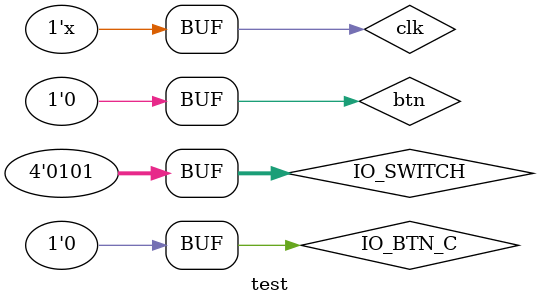
<source format=v>
`timescale 1ns / 1ps

module test;

	// Inputs
	reg clk;
	reg IO_BTN_C;
	reg [3:0] IO_SWITCH;
	reg btn;

	// Outputs
	wire VGA_Hsync;
	wire VGA_Vsync;
	wire [2:0] VGA_Red;
	wire [2:0] VGA_Green;
	wire [1:0] VGA_Blue;
	wire [2:0] led;

	// Instantiate the Unit Under Test (UUT)
	top uut (
		.clk(clk), 
		.IO_BTN_C(IO_BTN_C), 
		.IO_SWITCH(IO_SWITCH), 
		.VGA_Hsync(VGA_Hsync), 
		.VGA_Vsync(VGA_Vsync), 
		.btn(btn), 
		.VGA_Red(VGA_Red), 
		.VGA_Green(VGA_Green), 
		.VGA_Blue(VGA_Blue), 
		.led(led)
	);

	initial begin
		// Initialize Inputs
		clk = 0;
		IO_BTN_C = 0;
		IO_SWITCH = 0;
		btn = 0;
		// Wait 100 ns for global reset to finish
		#100; IO_BTN_C = 1;
		#100; IO_BTN_C = 0;
		
		// Add stimulus here
		#1000;IO_SWITCH = 0;#10;btn = 1;#10;btn = 0;
		#1000;IO_SWITCH = 5;#10;btn = 1;#10;btn = 0;
		//#1000;IO_SWITCH = 3;#10;btn = 1;#10;btn = 0;
		//#1000;IO_SWITCH = 5;#10;btn = 1;#10;btn = 0;
	end
      always #1 clk= ~clk;
endmodule


</source>
